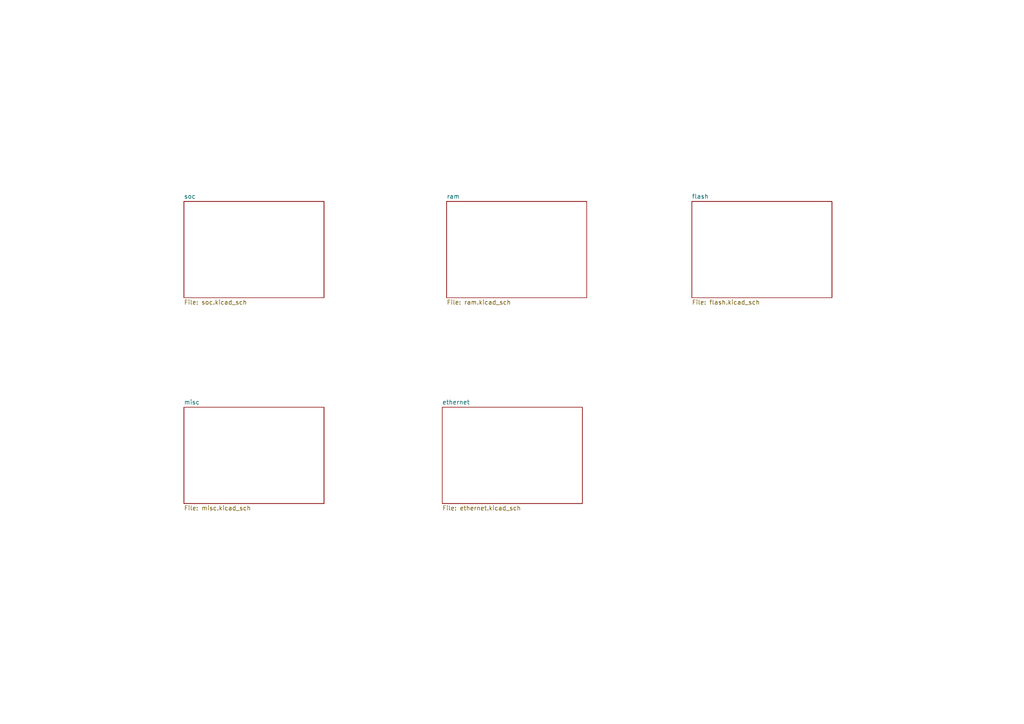
<source format=kicad_sch>
(kicad_sch (version 20230121) (generator eeschema)
  (paper "A4")
  (lib_symbols)
  (sheet (at 200.66 58.42) (size 40.64 27.94) (stroke (width 0.1524))
    (property "Sheetname" "flash" (at 200.66 57.7084 0) (effects (justify left bottom)))
    (property "Sheetfile" "flash.kicad_sch" (at 200.66 86.9446 0) (effects (justify left top)))
  )
  (sheet (at 129.54 58.42) (size 40.64 27.94) (stroke (width 0.1524))
    (property "Sheetname" "ram" (at 129.54 57.7084 0) (effects (justify left bottom)))
    (property "Sheetfile" "ram.kicad_sch" (at 129.54 86.9446 0) (effects (justify left top)))
  )
  (sheet (at 128.27 118.11) (size 40.64 27.94) (stroke (width 0.1524))
    (property "Sheetname" "ethernet" (at 128.27 117.3984 0) (effects (justify left bottom)))
    (property "Sheetfile" "ethernet.kicad_sch" (at 128.27 146.6346 0) (effects (justify left top)))
  )
  (sheet (at 53.34 118.11) (size 40.64 27.94) (stroke (width 0.1524))
    (property "Sheetname" "misc" (at 53.34 117.3984 0) (effects (justify left bottom)))
    (property "Sheetfile" "misc.kicad_sch" (at 53.34 146.6346 0) (effects (justify left top)))
  )
  (sheet (at 53.34 58.42) (size 40.64 27.94) (stroke (width 0.1524))
    (property "Sheetname" "soc" (at 53.34 57.7084 0) (effects (justify left bottom)))
    (property "Sheetfile" "soc.kicad_sch" (at 53.34 86.9446 0) (effects (justify left top)))
  )
)
</source>
